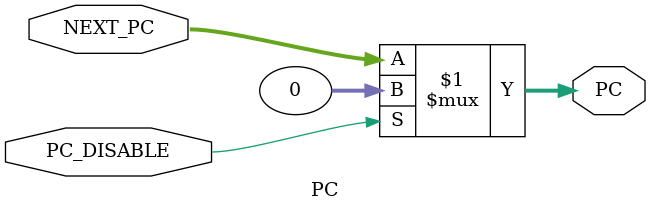
<source format=v>
`timescale 1ns / 1ps
module PC(
    input PC_DISABLE,
    input [31:0] NEXT_PC,
    output [31:0] PC
    );
    
    assign PC = PC_DISABLE ? 0 : NEXT_PC;
    
endmodule

</source>
